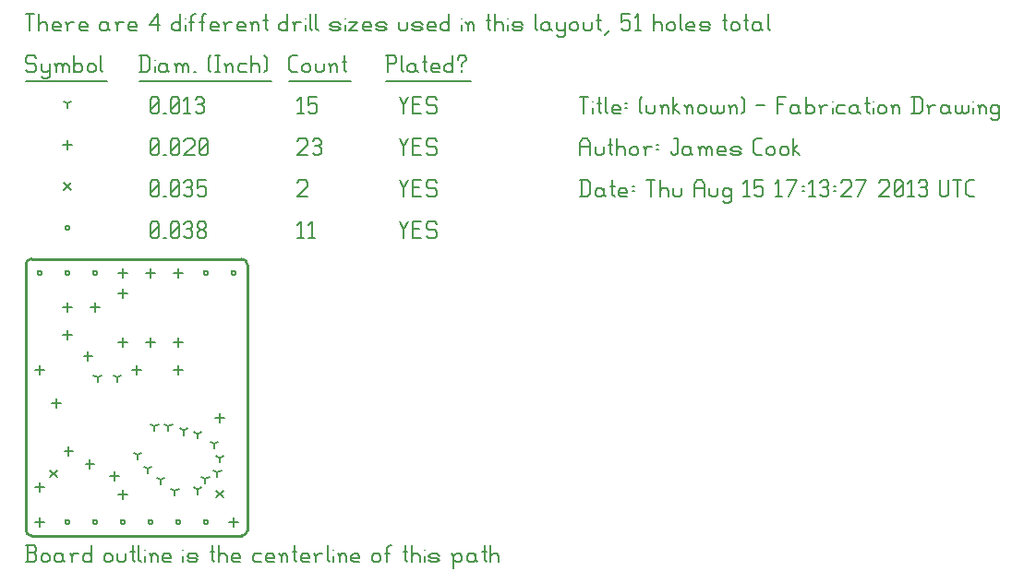
<source format=gbr>
G04 start of page 12 for group -3984 idx -3984 *
G04 Title: (unknown), fab *
G04 Creator: pcb 20110918 *
G04 CreationDate: Thu Aug 15 17:13:27 2013 UTC *
G04 For: mokus *
G04 Format: Gerber/RS-274X *
G04 PCB-Dimensions: 80000 100000 *
G04 PCB-Coordinate-Origin: lower left *
%MOIN*%
%FSLAX25Y25*%
%LNFAB*%
%ADD77C,0.0100*%
%ADD76C,0.0075*%
%ADD75C,0.0060*%
%ADD74R,0.0080X0.0080*%
G54D74*X4200Y95000D02*G75*G03X5800Y95000I800J0D01*G01*
G75*G03X4200Y95000I-800J0D01*G01*
X14200D02*G75*G03X15800Y95000I800J0D01*G01*
G75*G03X14200Y95000I-800J0D01*G01*
X24200D02*G75*G03X25800Y95000I800J0D01*G01*
G75*G03X24200Y95000I-800J0D01*G01*
X64200Y5000D02*G75*G03X65800Y5000I800J0D01*G01*
G75*G03X64200Y5000I-800J0D01*G01*
X54200D02*G75*G03X55800Y5000I800J0D01*G01*
G75*G03X54200Y5000I-800J0D01*G01*
X44200D02*G75*G03X45800Y5000I800J0D01*G01*
G75*G03X44200Y5000I-800J0D01*G01*
X34200D02*G75*G03X35800Y5000I800J0D01*G01*
G75*G03X34200Y5000I-800J0D01*G01*
X24200D02*G75*G03X25800Y5000I800J0D01*G01*
G75*G03X24200Y5000I-800J0D01*G01*
X14200D02*G75*G03X15800Y5000I800J0D01*G01*
G75*G03X14200Y5000I-800J0D01*G01*
X74200Y95000D02*G75*G03X75800Y95000I800J0D01*G01*
G75*G03X74200Y95000I-800J0D01*G01*
X64200D02*G75*G03X65800Y95000I800J0D01*G01*
G75*G03X64200Y95000I-800J0D01*G01*
X14200Y111250D02*G75*G03X15800Y111250I800J0D01*G01*
G75*G03X14200Y111250I-800J0D01*G01*
G54D75*X135000Y113500D02*X136500Y110500D01*
X138000Y113500D01*
X136500Y110500D02*Y107500D01*
X139800Y110800D02*X142050D01*
X139800Y107500D02*X142800D01*
X139800Y113500D02*Y107500D01*
Y113500D02*X142800D01*
X147600D02*X148350Y112750D01*
X145350Y113500D02*X147600D01*
X144600Y112750D02*X145350Y113500D01*
X144600Y112750D02*Y111250D01*
X145350Y110500D01*
X147600D01*
X148350Y109750D01*
Y108250D01*
X147600Y107500D02*X148350Y108250D01*
X145350Y107500D02*X147600D01*
X144600Y108250D02*X145350Y107500D01*
X98000Y112300D02*X99200Y113500D01*
Y107500D01*
X98000D02*X100250D01*
X102050Y112300D02*X103250Y113500D01*
Y107500D01*
X102050D02*X104300D01*
X45000Y108250D02*X45750Y107500D01*
X45000Y112750D02*Y108250D01*
Y112750D02*X45750Y113500D01*
X47250D01*
X48000Y112750D01*
Y108250D01*
X47250Y107500D02*X48000Y108250D01*
X45750Y107500D02*X47250D01*
X45000Y109000D02*X48000Y112000D01*
X49800Y107500D02*X50550D01*
X52350Y108250D02*X53100Y107500D01*
X52350Y112750D02*Y108250D01*
Y112750D02*X53100Y113500D01*
X54600D01*
X55350Y112750D01*
Y108250D01*
X54600Y107500D02*X55350Y108250D01*
X53100Y107500D02*X54600D01*
X52350Y109000D02*X55350Y112000D01*
X57150Y112750D02*X57900Y113500D01*
X59400D01*
X60150Y112750D01*
X59400Y107500D02*X60150Y108250D01*
X57900Y107500D02*X59400D01*
X57150Y108250D02*X57900Y107500D01*
Y110800D02*X59400D01*
X60150Y112750D02*Y111550D01*
Y110050D02*Y108250D01*
Y110050D02*X59400Y110800D01*
X60150Y111550D02*X59400Y110800D01*
X61950Y108250D02*X62700Y107500D01*
X61950Y109450D02*Y108250D01*
Y109450D02*X63000Y110500D01*
X63900D01*
X64950Y109450D01*
Y108250D01*
X64200Y107500D02*X64950Y108250D01*
X62700Y107500D02*X64200D01*
X61950Y111550D02*X63000Y110500D01*
X61950Y112750D02*Y111550D01*
Y112750D02*X62700Y113500D01*
X64200D01*
X64950Y112750D01*
Y111550D01*
X63900Y110500D02*X64950Y111550D01*
X68800Y16200D02*X71200Y13800D01*
X68800D02*X71200Y16200D01*
X8800Y23700D02*X11200Y21300D01*
X8800D02*X11200Y23700D01*
X13800Y127450D02*X16200Y125050D01*
X13800D02*X16200Y127450D01*
X135000Y128500D02*X136500Y125500D01*
X138000Y128500D01*
X136500Y125500D02*Y122500D01*
X139800Y125800D02*X142050D01*
X139800Y122500D02*X142800D01*
X139800Y128500D02*Y122500D01*
Y128500D02*X142800D01*
X147600D02*X148350Y127750D01*
X145350Y128500D02*X147600D01*
X144600Y127750D02*X145350Y128500D01*
X144600Y127750D02*Y126250D01*
X145350Y125500D01*
X147600D01*
X148350Y124750D01*
Y123250D01*
X147600Y122500D02*X148350Y123250D01*
X145350Y122500D02*X147600D01*
X144600Y123250D02*X145350Y122500D01*
X98000Y127750D02*X98750Y128500D01*
X101000D01*
X101750Y127750D01*
Y126250D01*
X98000Y122500D02*X101750Y126250D01*
X98000Y122500D02*X101750D01*
X45000Y123250D02*X45750Y122500D01*
X45000Y127750D02*Y123250D01*
Y127750D02*X45750Y128500D01*
X47250D01*
X48000Y127750D01*
Y123250D01*
X47250Y122500D02*X48000Y123250D01*
X45750Y122500D02*X47250D01*
X45000Y124000D02*X48000Y127000D01*
X49800Y122500D02*X50550D01*
X52350Y123250D02*X53100Y122500D01*
X52350Y127750D02*Y123250D01*
Y127750D02*X53100Y128500D01*
X54600D01*
X55350Y127750D01*
Y123250D01*
X54600Y122500D02*X55350Y123250D01*
X53100Y122500D02*X54600D01*
X52350Y124000D02*X55350Y127000D01*
X57150Y127750D02*X57900Y128500D01*
X59400D01*
X60150Y127750D01*
X59400Y122500D02*X60150Y123250D01*
X57900Y122500D02*X59400D01*
X57150Y123250D02*X57900Y122500D01*
Y125800D02*X59400D01*
X60150Y127750D02*Y126550D01*
Y125050D02*Y123250D01*
Y125050D02*X59400Y125800D01*
X60150Y126550D02*X59400Y125800D01*
X61950Y128500D02*X64950D01*
X61950D02*Y125500D01*
X62700Y126250D01*
X64200D01*
X64950Y125500D01*
Y123250D01*
X64200Y122500D02*X64950Y123250D01*
X62700Y122500D02*X64200D01*
X61950Y123250D02*X62700Y122500D01*
X32000Y23100D02*Y19900D01*
X30400Y21500D02*X33600D01*
X15500Y32100D02*Y28900D01*
X13900Y30500D02*X17100D01*
X11000Y49600D02*Y46400D01*
X9400Y48000D02*X12600D01*
X55000Y96600D02*Y93400D01*
X53400Y95000D02*X56600D01*
X35000Y96600D02*Y93400D01*
X33400Y95000D02*X36600D01*
X45000Y96600D02*Y93400D01*
X43400Y95000D02*X46600D01*
X45000Y71600D02*Y68400D01*
X43400Y70000D02*X46600D01*
X35000Y71600D02*Y68400D01*
X33400Y70000D02*X36600D01*
X5000Y61600D02*Y58400D01*
X3400Y60000D02*X6600D01*
X22500Y66600D02*Y63400D01*
X20900Y65000D02*X24100D01*
X40000Y61600D02*Y58400D01*
X38400Y60000D02*X41600D01*
X35000Y16600D02*Y13400D01*
X33400Y15000D02*X36600D01*
X5000Y6600D02*Y3400D01*
X3400Y5000D02*X6600D01*
X75000Y6600D02*Y3400D01*
X73400Y5000D02*X76600D01*
X25000Y84100D02*Y80900D01*
X23400Y82500D02*X26600D01*
X15000Y74100D02*Y70900D01*
X13400Y72500D02*X16600D01*
X15000Y84100D02*Y80900D01*
X13400Y82500D02*X16600D01*
X35000Y89100D02*Y85900D01*
X33400Y87500D02*X36600D01*
X55000Y71600D02*Y68400D01*
X53400Y70000D02*X56600D01*
X55000Y61600D02*Y58400D01*
X53400Y60000D02*X56600D01*
X5000Y19100D02*Y15900D01*
X3400Y17500D02*X6600D01*
X70000Y44100D02*Y40900D01*
X68400Y42500D02*X71600D01*
X23168Y27527D02*Y24327D01*
X21568Y25927D02*X24768D01*
X15000Y142850D02*Y139650D01*
X13400Y141250D02*X16600D01*
X135000Y143500D02*X136500Y140500D01*
X138000Y143500D01*
X136500Y140500D02*Y137500D01*
X139800Y140800D02*X142050D01*
X139800Y137500D02*X142800D01*
X139800Y143500D02*Y137500D01*
Y143500D02*X142800D01*
X147600D02*X148350Y142750D01*
X145350Y143500D02*X147600D01*
X144600Y142750D02*X145350Y143500D01*
X144600Y142750D02*Y141250D01*
X145350Y140500D01*
X147600D01*
X148350Y139750D01*
Y138250D01*
X147600Y137500D02*X148350Y138250D01*
X145350Y137500D02*X147600D01*
X144600Y138250D02*X145350Y137500D01*
X98000Y142750D02*X98750Y143500D01*
X101000D01*
X101750Y142750D01*
Y141250D01*
X98000Y137500D02*X101750Y141250D01*
X98000Y137500D02*X101750D01*
X103550Y142750D02*X104300Y143500D01*
X105800D01*
X106550Y142750D01*
X105800Y137500D02*X106550Y138250D01*
X104300Y137500D02*X105800D01*
X103550Y138250D02*X104300Y137500D01*
Y140800D02*X105800D01*
X106550Y142750D02*Y141550D01*
Y140050D02*Y138250D01*
Y140050D02*X105800Y140800D01*
X106550Y141550D02*X105800Y140800D01*
X45000Y138250D02*X45750Y137500D01*
X45000Y142750D02*Y138250D01*
Y142750D02*X45750Y143500D01*
X47250D01*
X48000Y142750D01*
Y138250D01*
X47250Y137500D02*X48000Y138250D01*
X45750Y137500D02*X47250D01*
X45000Y139000D02*X48000Y142000D01*
X49800Y137500D02*X50550D01*
X52350Y138250D02*X53100Y137500D01*
X52350Y142750D02*Y138250D01*
Y142750D02*X53100Y143500D01*
X54600D01*
X55350Y142750D01*
Y138250D01*
X54600Y137500D02*X55350Y138250D01*
X53100Y137500D02*X54600D01*
X52350Y139000D02*X55350Y142000D01*
X57150Y142750D02*X57900Y143500D01*
X60150D01*
X60900Y142750D01*
Y141250D01*
X57150Y137500D02*X60900Y141250D01*
X57150Y137500D02*X60900D01*
X62700Y138250D02*X63450Y137500D01*
X62700Y142750D02*Y138250D01*
Y142750D02*X63450Y143500D01*
X64950D01*
X65700Y142750D01*
Y138250D01*
X64950Y137500D02*X65700Y138250D01*
X63450Y137500D02*X64950D01*
X62700Y139000D02*X65700Y142000D01*
X25864Y57205D02*Y55605D01*
Y57205D02*X27251Y58005D01*
X25864Y57205D02*X24477Y58005D01*
X32951Y57205D02*Y55605D01*
Y57205D02*X34338Y58005D01*
X32951Y57205D02*X31564Y58005D01*
X51500Y39500D02*Y37900D01*
Y39500D02*X52887Y40300D01*
X51500Y39500D02*X50113Y40300D01*
X57000Y38000D02*Y36400D01*
Y38000D02*X58387Y38800D01*
X57000Y38000D02*X55613Y38800D01*
X62085Y36732D02*Y35132D01*
Y36732D02*X63472Y37532D01*
X62085Y36732D02*X60698Y37532D01*
X67990Y33189D02*Y31589D01*
Y33189D02*X69377Y33989D01*
X67990Y33189D02*X66603Y33989D01*
X69959Y28071D02*Y26471D01*
Y28071D02*X71346Y28871D01*
X69959Y28071D02*X68572Y28871D01*
X69171Y22953D02*Y21353D01*
Y22953D02*X70558Y23753D01*
X69171Y22953D02*X67784Y23753D01*
X64841Y20591D02*Y18991D01*
Y20591D02*X66228Y21391D01*
X64841Y20591D02*X63454Y21391D01*
X62085Y16654D02*Y15054D01*
Y16654D02*X63472Y17454D01*
X62085Y16654D02*X60698Y17454D01*
X53817Y16260D02*Y14660D01*
Y16260D02*X55204Y17060D01*
X53817Y16260D02*X52430Y17060D01*
X48699Y20197D02*Y18597D01*
Y20197D02*X50086Y20997D01*
X48699Y20197D02*X47312Y20997D01*
X43975Y24134D02*Y22534D01*
Y24134D02*X45362Y24934D01*
X43975Y24134D02*X42588Y24934D01*
X40431Y29252D02*Y27652D01*
Y29252D02*X41818Y30052D01*
X40431Y29252D02*X39044Y30052D01*
X46500Y39500D02*Y37900D01*
Y39500D02*X47887Y40300D01*
X46500Y39500D02*X45113Y40300D01*
X15000Y156250D02*Y154650D01*
Y156250D02*X16387Y157050D01*
X15000Y156250D02*X13613Y157050D01*
X135000Y158500D02*X136500Y155500D01*
X138000Y158500D01*
X136500Y155500D02*Y152500D01*
X139800Y155800D02*X142050D01*
X139800Y152500D02*X142800D01*
X139800Y158500D02*Y152500D01*
Y158500D02*X142800D01*
X147600D02*X148350Y157750D01*
X145350Y158500D02*X147600D01*
X144600Y157750D02*X145350Y158500D01*
X144600Y157750D02*Y156250D01*
X145350Y155500D01*
X147600D01*
X148350Y154750D01*
Y153250D01*
X147600Y152500D02*X148350Y153250D01*
X145350Y152500D02*X147600D01*
X144600Y153250D02*X145350Y152500D01*
X98000Y157300D02*X99200Y158500D01*
Y152500D01*
X98000D02*X100250D01*
X102050Y158500D02*X105050D01*
X102050D02*Y155500D01*
X102800Y156250D01*
X104300D01*
X105050Y155500D01*
Y153250D01*
X104300Y152500D02*X105050Y153250D01*
X102800Y152500D02*X104300D01*
X102050Y153250D02*X102800Y152500D01*
X45000Y153250D02*X45750Y152500D01*
X45000Y157750D02*Y153250D01*
Y157750D02*X45750Y158500D01*
X47250D01*
X48000Y157750D01*
Y153250D01*
X47250Y152500D02*X48000Y153250D01*
X45750Y152500D02*X47250D01*
X45000Y154000D02*X48000Y157000D01*
X49800Y152500D02*X50550D01*
X52350Y153250D02*X53100Y152500D01*
X52350Y157750D02*Y153250D01*
Y157750D02*X53100Y158500D01*
X54600D01*
X55350Y157750D01*
Y153250D01*
X54600Y152500D02*X55350Y153250D01*
X53100Y152500D02*X54600D01*
X52350Y154000D02*X55350Y157000D01*
X57150Y157300D02*X58350Y158500D01*
Y152500D01*
X57150D02*X59400D01*
X61200Y157750D02*X61950Y158500D01*
X63450D01*
X64200Y157750D01*
X63450Y152500D02*X64200Y153250D01*
X61950Y152500D02*X63450D01*
X61200Y153250D02*X61950Y152500D01*
Y155800D02*X63450D01*
X64200Y157750D02*Y156550D01*
Y155050D02*Y153250D01*
Y155050D02*X63450Y155800D01*
X64200Y156550D02*X63450Y155800D01*
X3000Y173500D02*X3750Y172750D01*
X750Y173500D02*X3000D01*
X0Y172750D02*X750Y173500D01*
X0Y172750D02*Y171250D01*
X750Y170500D01*
X3000D01*
X3750Y169750D01*
Y168250D01*
X3000Y167500D02*X3750Y168250D01*
X750Y167500D02*X3000D01*
X0Y168250D02*X750Y167500D01*
X5550Y170500D02*Y168250D01*
X6300Y167500D01*
X8550Y170500D02*Y166000D01*
X7800Y165250D02*X8550Y166000D01*
X6300Y165250D02*X7800D01*
X5550Y166000D02*X6300Y165250D01*
Y167500D02*X7800D01*
X8550Y168250D01*
X11100Y169750D02*Y167500D01*
Y169750D02*X11850Y170500D01*
X12600D01*
X13350Y169750D01*
Y167500D01*
Y169750D02*X14100Y170500D01*
X14850D01*
X15600Y169750D01*
Y167500D01*
X10350Y170500D02*X11100Y169750D01*
X17400Y173500D02*Y167500D01*
Y168250D02*X18150Y167500D01*
X19650D01*
X20400Y168250D01*
Y169750D02*Y168250D01*
X19650Y170500D02*X20400Y169750D01*
X18150Y170500D02*X19650D01*
X17400Y169750D02*X18150Y170500D01*
X22200Y169750D02*Y168250D01*
Y169750D02*X22950Y170500D01*
X24450D01*
X25200Y169750D01*
Y168250D01*
X24450Y167500D02*X25200Y168250D01*
X22950Y167500D02*X24450D01*
X22200Y168250D02*X22950Y167500D01*
X27000Y173500D02*Y168250D01*
X27750Y167500D01*
X0Y164250D02*X29250D01*
X41750Y173500D02*Y167500D01*
X43700Y173500D02*X44750Y172450D01*
Y168550D01*
X43700Y167500D02*X44750Y168550D01*
X41000Y167500D02*X43700D01*
X41000Y173500D02*X43700D01*
G54D76*X46550Y172000D02*Y171850D01*
G54D75*Y169750D02*Y167500D01*
X50300Y170500D02*X51050Y169750D01*
X48800Y170500D02*X50300D01*
X48050Y169750D02*X48800Y170500D01*
X48050Y169750D02*Y168250D01*
X48800Y167500D01*
X51050Y170500D02*Y168250D01*
X51800Y167500D01*
X48800D02*X50300D01*
X51050Y168250D01*
X54350Y169750D02*Y167500D01*
Y169750D02*X55100Y170500D01*
X55850D01*
X56600Y169750D01*
Y167500D01*
Y169750D02*X57350Y170500D01*
X58100D01*
X58850Y169750D01*
Y167500D01*
X53600Y170500D02*X54350Y169750D01*
X60650Y167500D02*X61400D01*
X65900Y168250D02*X66650Y167500D01*
X65900Y172750D02*X66650Y173500D01*
X65900Y172750D02*Y168250D01*
X68450Y173500D02*X69950D01*
X69200D02*Y167500D01*
X68450D02*X69950D01*
X72500Y169750D02*Y167500D01*
Y169750D02*X73250Y170500D01*
X74000D01*
X74750Y169750D01*
Y167500D01*
X71750Y170500D02*X72500Y169750D01*
X77300Y170500D02*X79550D01*
X76550Y169750D02*X77300Y170500D01*
X76550Y169750D02*Y168250D01*
X77300Y167500D01*
X79550D01*
X81350Y173500D02*Y167500D01*
Y169750D02*X82100Y170500D01*
X83600D01*
X84350Y169750D01*
Y167500D01*
X86150Y173500D02*X86900Y172750D01*
Y168250D01*
X86150Y167500D02*X86900Y168250D01*
X41000Y164250D02*X88700D01*
X96050Y167500D02*X98000D01*
X95000Y168550D02*X96050Y167500D01*
X95000Y172450D02*Y168550D01*
Y172450D02*X96050Y173500D01*
X98000D01*
X99800Y169750D02*Y168250D01*
Y169750D02*X100550Y170500D01*
X102050D01*
X102800Y169750D01*
Y168250D01*
X102050Y167500D02*X102800Y168250D01*
X100550Y167500D02*X102050D01*
X99800Y168250D02*X100550Y167500D01*
X104600Y170500D02*Y168250D01*
X105350Y167500D01*
X106850D01*
X107600Y168250D01*
Y170500D02*Y168250D01*
X110150Y169750D02*Y167500D01*
Y169750D02*X110900Y170500D01*
X111650D01*
X112400Y169750D01*
Y167500D01*
X109400Y170500D02*X110150Y169750D01*
X114950Y173500D02*Y168250D01*
X115700Y167500D01*
X114200Y171250D02*X115700D01*
X95000Y164250D02*X117200D01*
X130750Y173500D02*Y167500D01*
X130000Y173500D02*X133000D01*
X133750Y172750D01*
Y171250D01*
X133000Y170500D02*X133750Y171250D01*
X130750Y170500D02*X133000D01*
X135550Y173500D02*Y168250D01*
X136300Y167500D01*
X140050Y170500D02*X140800Y169750D01*
X138550Y170500D02*X140050D01*
X137800Y169750D02*X138550Y170500D01*
X137800Y169750D02*Y168250D01*
X138550Y167500D01*
X140800Y170500D02*Y168250D01*
X141550Y167500D01*
X138550D02*X140050D01*
X140800Y168250D01*
X144100Y173500D02*Y168250D01*
X144850Y167500D01*
X143350Y171250D02*X144850D01*
X147100Y167500D02*X149350D01*
X146350Y168250D02*X147100Y167500D01*
X146350Y169750D02*Y168250D01*
Y169750D02*X147100Y170500D01*
X148600D01*
X149350Y169750D01*
X146350Y169000D02*X149350D01*
Y169750D02*Y169000D01*
X154150Y173500D02*Y167500D01*
X153400D02*X154150Y168250D01*
X151900Y167500D02*X153400D01*
X151150Y168250D02*X151900Y167500D01*
X151150Y169750D02*Y168250D01*
Y169750D02*X151900Y170500D01*
X153400D01*
X154150Y169750D01*
X157450Y170500D02*Y169750D01*
Y168250D02*Y167500D01*
X155950Y172750D02*Y172000D01*
Y172750D02*X156700Y173500D01*
X158200D01*
X158950Y172750D01*
Y172000D01*
X157450Y170500D02*X158950Y172000D01*
X130000Y164250D02*X160750D01*
X0Y188500D02*X3000D01*
X1500D02*Y182500D01*
X4800Y188500D02*Y182500D01*
Y184750D02*X5550Y185500D01*
X7050D01*
X7800Y184750D01*
Y182500D01*
X10350D02*X12600D01*
X9600Y183250D02*X10350Y182500D01*
X9600Y184750D02*Y183250D01*
Y184750D02*X10350Y185500D01*
X11850D01*
X12600Y184750D01*
X9600Y184000D02*X12600D01*
Y184750D02*Y184000D01*
X15150Y184750D02*Y182500D01*
Y184750D02*X15900Y185500D01*
X17400D01*
X14400D02*X15150Y184750D01*
X19950Y182500D02*X22200D01*
X19200Y183250D02*X19950Y182500D01*
X19200Y184750D02*Y183250D01*
Y184750D02*X19950Y185500D01*
X21450D01*
X22200Y184750D01*
X19200Y184000D02*X22200D01*
Y184750D02*Y184000D01*
X28950Y185500D02*X29700Y184750D01*
X27450Y185500D02*X28950D01*
X26700Y184750D02*X27450Y185500D01*
X26700Y184750D02*Y183250D01*
X27450Y182500D01*
X29700Y185500D02*Y183250D01*
X30450Y182500D01*
X27450D02*X28950D01*
X29700Y183250D01*
X33000Y184750D02*Y182500D01*
Y184750D02*X33750Y185500D01*
X35250D01*
X32250D02*X33000Y184750D01*
X37800Y182500D02*X40050D01*
X37050Y183250D02*X37800Y182500D01*
X37050Y184750D02*Y183250D01*
Y184750D02*X37800Y185500D01*
X39300D01*
X40050Y184750D01*
X37050Y184000D02*X40050D01*
Y184750D02*Y184000D01*
X44550Y184750D02*X47550Y188500D01*
X44550Y184750D02*X48300D01*
X47550Y188500D02*Y182500D01*
X55800Y188500D02*Y182500D01*
X55050D02*X55800Y183250D01*
X53550Y182500D02*X55050D01*
X52800Y183250D02*X53550Y182500D01*
X52800Y184750D02*Y183250D01*
Y184750D02*X53550Y185500D01*
X55050D01*
X55800Y184750D01*
G54D76*X57600Y187000D02*Y186850D01*
G54D75*Y184750D02*Y182500D01*
X59850Y187750D02*Y182500D01*
Y187750D02*X60600Y188500D01*
X61350D01*
X59100Y185500D02*X60600D01*
X63600Y187750D02*Y182500D01*
Y187750D02*X64350Y188500D01*
X65100D01*
X62850Y185500D02*X64350D01*
X67350Y182500D02*X69600D01*
X66600Y183250D02*X67350Y182500D01*
X66600Y184750D02*Y183250D01*
Y184750D02*X67350Y185500D01*
X68850D01*
X69600Y184750D01*
X66600Y184000D02*X69600D01*
Y184750D02*Y184000D01*
X72150Y184750D02*Y182500D01*
Y184750D02*X72900Y185500D01*
X74400D01*
X71400D02*X72150Y184750D01*
X76950Y182500D02*X79200D01*
X76200Y183250D02*X76950Y182500D01*
X76200Y184750D02*Y183250D01*
Y184750D02*X76950Y185500D01*
X78450D01*
X79200Y184750D01*
X76200Y184000D02*X79200D01*
Y184750D02*Y184000D01*
X81750Y184750D02*Y182500D01*
Y184750D02*X82500Y185500D01*
X83250D01*
X84000Y184750D01*
Y182500D01*
X81000Y185500D02*X81750Y184750D01*
X86550Y188500D02*Y183250D01*
X87300Y182500D01*
X85800Y186250D02*X87300D01*
X94500Y188500D02*Y182500D01*
X93750D02*X94500Y183250D01*
X92250Y182500D02*X93750D01*
X91500Y183250D02*X92250Y182500D01*
X91500Y184750D02*Y183250D01*
Y184750D02*X92250Y185500D01*
X93750D01*
X94500Y184750D01*
X97050D02*Y182500D01*
Y184750D02*X97800Y185500D01*
X99300D01*
X96300D02*X97050Y184750D01*
G54D76*X101100Y187000D02*Y186850D01*
G54D75*Y184750D02*Y182500D01*
X102600Y188500D02*Y183250D01*
X103350Y182500D01*
X104850Y188500D02*Y183250D01*
X105600Y182500D01*
X110550D02*X112800D01*
X113550Y183250D01*
X112800Y184000D02*X113550Y183250D01*
X110550Y184000D02*X112800D01*
X109800Y184750D02*X110550Y184000D01*
X109800Y184750D02*X110550Y185500D01*
X112800D01*
X113550Y184750D01*
X109800Y183250D02*X110550Y182500D01*
G54D76*X115350Y187000D02*Y186850D01*
G54D75*Y184750D02*Y182500D01*
X116850Y185500D02*X119850D01*
X116850Y182500D02*X119850Y185500D01*
X116850Y182500D02*X119850D01*
X122400D02*X124650D01*
X121650Y183250D02*X122400Y182500D01*
X121650Y184750D02*Y183250D01*
Y184750D02*X122400Y185500D01*
X123900D01*
X124650Y184750D01*
X121650Y184000D02*X124650D01*
Y184750D02*Y184000D01*
X127200Y182500D02*X129450D01*
X130200Y183250D01*
X129450Y184000D02*X130200Y183250D01*
X127200Y184000D02*X129450D01*
X126450Y184750D02*X127200Y184000D01*
X126450Y184750D02*X127200Y185500D01*
X129450D01*
X130200Y184750D01*
X126450Y183250D02*X127200Y182500D01*
X134700Y185500D02*Y183250D01*
X135450Y182500D01*
X136950D01*
X137700Y183250D01*
Y185500D02*Y183250D01*
X140250Y182500D02*X142500D01*
X143250Y183250D01*
X142500Y184000D02*X143250Y183250D01*
X140250Y184000D02*X142500D01*
X139500Y184750D02*X140250Y184000D01*
X139500Y184750D02*X140250Y185500D01*
X142500D01*
X143250Y184750D01*
X139500Y183250D02*X140250Y182500D01*
X145800D02*X148050D01*
X145050Y183250D02*X145800Y182500D01*
X145050Y184750D02*Y183250D01*
Y184750D02*X145800Y185500D01*
X147300D01*
X148050Y184750D01*
X145050Y184000D02*X148050D01*
Y184750D02*Y184000D01*
X152850Y188500D02*Y182500D01*
X152100D02*X152850Y183250D01*
X150600Y182500D02*X152100D01*
X149850Y183250D02*X150600Y182500D01*
X149850Y184750D02*Y183250D01*
Y184750D02*X150600Y185500D01*
X152100D01*
X152850Y184750D01*
G54D76*X157350Y187000D02*Y186850D01*
G54D75*Y184750D02*Y182500D01*
X159600Y184750D02*Y182500D01*
Y184750D02*X160350Y185500D01*
X161100D01*
X161850Y184750D01*
Y182500D01*
X158850Y185500D02*X159600Y184750D01*
X167100Y188500D02*Y183250D01*
X167850Y182500D01*
X166350Y186250D02*X167850D01*
X169350Y188500D02*Y182500D01*
Y184750D02*X170100Y185500D01*
X171600D01*
X172350Y184750D01*
Y182500D01*
G54D76*X174150Y187000D02*Y186850D01*
G54D75*Y184750D02*Y182500D01*
X176400D02*X178650D01*
X179400Y183250D01*
X178650Y184000D02*X179400Y183250D01*
X176400Y184000D02*X178650D01*
X175650Y184750D02*X176400Y184000D01*
X175650Y184750D02*X176400Y185500D01*
X178650D01*
X179400Y184750D01*
X175650Y183250D02*X176400Y182500D01*
X183900Y188500D02*Y183250D01*
X184650Y182500D01*
X188400Y185500D02*X189150Y184750D01*
X186900Y185500D02*X188400D01*
X186150Y184750D02*X186900Y185500D01*
X186150Y184750D02*Y183250D01*
X186900Y182500D01*
X189150Y185500D02*Y183250D01*
X189900Y182500D01*
X186900D02*X188400D01*
X189150Y183250D01*
X191700Y185500D02*Y183250D01*
X192450Y182500D01*
X194700Y185500D02*Y181000D01*
X193950Y180250D02*X194700Y181000D01*
X192450Y180250D02*X193950D01*
X191700Y181000D02*X192450Y180250D01*
Y182500D02*X193950D01*
X194700Y183250D01*
X196500Y184750D02*Y183250D01*
Y184750D02*X197250Y185500D01*
X198750D01*
X199500Y184750D01*
Y183250D01*
X198750Y182500D02*X199500Y183250D01*
X197250Y182500D02*X198750D01*
X196500Y183250D02*X197250Y182500D01*
X201300Y185500D02*Y183250D01*
X202050Y182500D01*
X203550D01*
X204300Y183250D01*
Y185500D02*Y183250D01*
X206850Y188500D02*Y183250D01*
X207600Y182500D01*
X206100Y186250D02*X207600D01*
X209100Y181000D02*X210600Y182500D01*
X215100Y188500D02*X218100D01*
X215100D02*Y185500D01*
X215850Y186250D01*
X217350D01*
X218100Y185500D01*
Y183250D01*
X217350Y182500D02*X218100Y183250D01*
X215850Y182500D02*X217350D01*
X215100Y183250D02*X215850Y182500D01*
X219900Y187300D02*X221100Y188500D01*
Y182500D01*
X219900D02*X222150D01*
X226650Y188500D02*Y182500D01*
Y184750D02*X227400Y185500D01*
X228900D01*
X229650Y184750D01*
Y182500D01*
X231450Y184750D02*Y183250D01*
Y184750D02*X232200Y185500D01*
X233700D01*
X234450Y184750D01*
Y183250D01*
X233700Y182500D02*X234450Y183250D01*
X232200Y182500D02*X233700D01*
X231450Y183250D02*X232200Y182500D01*
X236250Y188500D02*Y183250D01*
X237000Y182500D01*
X239250D02*X241500D01*
X238500Y183250D02*X239250Y182500D01*
X238500Y184750D02*Y183250D01*
Y184750D02*X239250Y185500D01*
X240750D01*
X241500Y184750D01*
X238500Y184000D02*X241500D01*
Y184750D02*Y184000D01*
X244050Y182500D02*X246300D01*
X247050Y183250D01*
X246300Y184000D02*X247050Y183250D01*
X244050Y184000D02*X246300D01*
X243300Y184750D02*X244050Y184000D01*
X243300Y184750D02*X244050Y185500D01*
X246300D01*
X247050Y184750D01*
X243300Y183250D02*X244050Y182500D01*
X252300Y188500D02*Y183250D01*
X253050Y182500D01*
X251550Y186250D02*X253050D01*
X254550Y184750D02*Y183250D01*
Y184750D02*X255300Y185500D01*
X256800D01*
X257550Y184750D01*
Y183250D01*
X256800Y182500D02*X257550Y183250D01*
X255300Y182500D02*X256800D01*
X254550Y183250D02*X255300Y182500D01*
X260100Y188500D02*Y183250D01*
X260850Y182500D01*
X259350Y186250D02*X260850D01*
X264600Y185500D02*X265350Y184750D01*
X263100Y185500D02*X264600D01*
X262350Y184750D02*X263100Y185500D01*
X262350Y184750D02*Y183250D01*
X263100Y182500D01*
X265350Y185500D02*Y183250D01*
X266100Y182500D01*
X263100D02*X264600D01*
X265350Y183250D01*
X267900Y188500D02*Y183250D01*
X268650Y182500D01*
G54D77*X0Y2000D02*Y98000D01*
X2000Y100000D02*X78000D01*
X80000Y98000D02*Y2000D01*
X78000Y0D02*X2000D01*
X2000D02*G75*G02X0Y2000I0J2000D01*G01*
X2000Y100000D02*G75*G03X0Y98000I0J-2000D01*G01*
X78000Y100000D02*G75*G02X80000Y98000I0J-2000D01*G01*
Y2000D02*G75*G02X78000Y0I-2000J0D01*G01*
G54D75*X0Y-9500D02*X3000D01*
X3750Y-8750D01*
Y-6950D02*Y-8750D01*
X3000Y-6200D02*X3750Y-6950D01*
X750Y-6200D02*X3000D01*
X750Y-3500D02*Y-9500D01*
X0Y-3500D02*X3000D01*
X3750Y-4250D01*
Y-5450D01*
X3000Y-6200D02*X3750Y-5450D01*
X5550Y-7250D02*Y-8750D01*
Y-7250D02*X6300Y-6500D01*
X7800D01*
X8550Y-7250D01*
Y-8750D01*
X7800Y-9500D02*X8550Y-8750D01*
X6300Y-9500D02*X7800D01*
X5550Y-8750D02*X6300Y-9500D01*
X12600Y-6500D02*X13350Y-7250D01*
X11100Y-6500D02*X12600D01*
X10350Y-7250D02*X11100Y-6500D01*
X10350Y-7250D02*Y-8750D01*
X11100Y-9500D01*
X13350Y-6500D02*Y-8750D01*
X14100Y-9500D01*
X11100D02*X12600D01*
X13350Y-8750D01*
X16650Y-7250D02*Y-9500D01*
Y-7250D02*X17400Y-6500D01*
X18900D01*
X15900D02*X16650Y-7250D01*
X23700Y-3500D02*Y-9500D01*
X22950D02*X23700Y-8750D01*
X21450Y-9500D02*X22950D01*
X20700Y-8750D02*X21450Y-9500D01*
X20700Y-7250D02*Y-8750D01*
Y-7250D02*X21450Y-6500D01*
X22950D01*
X23700Y-7250D01*
X28200D02*Y-8750D01*
Y-7250D02*X28950Y-6500D01*
X30450D01*
X31200Y-7250D01*
Y-8750D01*
X30450Y-9500D02*X31200Y-8750D01*
X28950Y-9500D02*X30450D01*
X28200Y-8750D02*X28950Y-9500D01*
X33000Y-6500D02*Y-8750D01*
X33750Y-9500D01*
X35250D01*
X36000Y-8750D01*
Y-6500D02*Y-8750D01*
X38550Y-3500D02*Y-8750D01*
X39300Y-9500D01*
X37800Y-5750D02*X39300D01*
X40800Y-3500D02*Y-8750D01*
X41550Y-9500D01*
G54D76*X43050Y-5000D02*Y-5150D01*
G54D75*Y-7250D02*Y-9500D01*
X45300Y-7250D02*Y-9500D01*
Y-7250D02*X46050Y-6500D01*
X46800D01*
X47550Y-7250D01*
Y-9500D01*
X44550Y-6500D02*X45300Y-7250D01*
X50100Y-9500D02*X52350D01*
X49350Y-8750D02*X50100Y-9500D01*
X49350Y-7250D02*Y-8750D01*
Y-7250D02*X50100Y-6500D01*
X51600D01*
X52350Y-7250D01*
X49350Y-8000D02*X52350D01*
Y-7250D02*Y-8000D01*
G54D76*X56850Y-5000D02*Y-5150D01*
G54D75*Y-7250D02*Y-9500D01*
X59100D02*X61350D01*
X62100Y-8750D01*
X61350Y-8000D02*X62100Y-8750D01*
X59100Y-8000D02*X61350D01*
X58350Y-7250D02*X59100Y-8000D01*
X58350Y-7250D02*X59100Y-6500D01*
X61350D01*
X62100Y-7250D01*
X58350Y-8750D02*X59100Y-9500D01*
X67350Y-3500D02*Y-8750D01*
X68100Y-9500D01*
X66600Y-5750D02*X68100D01*
X69600Y-3500D02*Y-9500D01*
Y-7250D02*X70350Y-6500D01*
X71850D01*
X72600Y-7250D01*
Y-9500D01*
X75150D02*X77400D01*
X74400Y-8750D02*X75150Y-9500D01*
X74400Y-7250D02*Y-8750D01*
Y-7250D02*X75150Y-6500D01*
X76650D01*
X77400Y-7250D01*
X74400Y-8000D02*X77400D01*
Y-7250D02*Y-8000D01*
X82650Y-6500D02*X84900D01*
X81900Y-7250D02*X82650Y-6500D01*
X81900Y-7250D02*Y-8750D01*
X82650Y-9500D01*
X84900D01*
X87450D02*X89700D01*
X86700Y-8750D02*X87450Y-9500D01*
X86700Y-7250D02*Y-8750D01*
Y-7250D02*X87450Y-6500D01*
X88950D01*
X89700Y-7250D01*
X86700Y-8000D02*X89700D01*
Y-7250D02*Y-8000D01*
X92250Y-7250D02*Y-9500D01*
Y-7250D02*X93000Y-6500D01*
X93750D01*
X94500Y-7250D01*
Y-9500D01*
X91500Y-6500D02*X92250Y-7250D01*
X97050Y-3500D02*Y-8750D01*
X97800Y-9500D01*
X96300Y-5750D02*X97800D01*
X100050Y-9500D02*X102300D01*
X99300Y-8750D02*X100050Y-9500D01*
X99300Y-7250D02*Y-8750D01*
Y-7250D02*X100050Y-6500D01*
X101550D01*
X102300Y-7250D01*
X99300Y-8000D02*X102300D01*
Y-7250D02*Y-8000D01*
X104850Y-7250D02*Y-9500D01*
Y-7250D02*X105600Y-6500D01*
X107100D01*
X104100D02*X104850Y-7250D01*
X108900Y-3500D02*Y-8750D01*
X109650Y-9500D01*
G54D76*X111150Y-5000D02*Y-5150D01*
G54D75*Y-7250D02*Y-9500D01*
X113400Y-7250D02*Y-9500D01*
Y-7250D02*X114150Y-6500D01*
X114900D01*
X115650Y-7250D01*
Y-9500D01*
X112650Y-6500D02*X113400Y-7250D01*
X118200Y-9500D02*X120450D01*
X117450Y-8750D02*X118200Y-9500D01*
X117450Y-7250D02*Y-8750D01*
Y-7250D02*X118200Y-6500D01*
X119700D01*
X120450Y-7250D01*
X117450Y-8000D02*X120450D01*
Y-7250D02*Y-8000D01*
X124950Y-7250D02*Y-8750D01*
Y-7250D02*X125700Y-6500D01*
X127200D01*
X127950Y-7250D01*
Y-8750D01*
X127200Y-9500D02*X127950Y-8750D01*
X125700Y-9500D02*X127200D01*
X124950Y-8750D02*X125700Y-9500D01*
X130500Y-4250D02*Y-9500D01*
Y-4250D02*X131250Y-3500D01*
X132000D01*
X129750Y-6500D02*X131250D01*
X136950Y-3500D02*Y-8750D01*
X137700Y-9500D01*
X136200Y-5750D02*X137700D01*
X139200Y-3500D02*Y-9500D01*
Y-7250D02*X139950Y-6500D01*
X141450D01*
X142200Y-7250D01*
Y-9500D01*
G54D76*X144000Y-5000D02*Y-5150D01*
G54D75*Y-7250D02*Y-9500D01*
X146250D02*X148500D01*
X149250Y-8750D01*
X148500Y-8000D02*X149250Y-8750D01*
X146250Y-8000D02*X148500D01*
X145500Y-7250D02*X146250Y-8000D01*
X145500Y-7250D02*X146250Y-6500D01*
X148500D01*
X149250Y-7250D01*
X145500Y-8750D02*X146250Y-9500D01*
X154500Y-7250D02*Y-11750D01*
X153750Y-6500D02*X154500Y-7250D01*
X155250Y-6500D01*
X156750D01*
X157500Y-7250D01*
Y-8750D01*
X156750Y-9500D02*X157500Y-8750D01*
X155250Y-9500D02*X156750D01*
X154500Y-8750D02*X155250Y-9500D01*
X161550Y-6500D02*X162300Y-7250D01*
X160050Y-6500D02*X161550D01*
X159300Y-7250D02*X160050Y-6500D01*
X159300Y-7250D02*Y-8750D01*
X160050Y-9500D01*
X162300Y-6500D02*Y-8750D01*
X163050Y-9500D01*
X160050D02*X161550D01*
X162300Y-8750D01*
X165600Y-3500D02*Y-8750D01*
X166350Y-9500D01*
X164850Y-5750D02*X166350D01*
X167850Y-3500D02*Y-9500D01*
Y-7250D02*X168600Y-6500D01*
X170100D01*
X170850Y-7250D01*
Y-9500D01*
X200750Y128500D02*Y122500D01*
X202700Y128500D02*X203750Y127450D01*
Y123550D01*
X202700Y122500D02*X203750Y123550D01*
X200000Y122500D02*X202700D01*
X200000Y128500D02*X202700D01*
X207800Y125500D02*X208550Y124750D01*
X206300Y125500D02*X207800D01*
X205550Y124750D02*X206300Y125500D01*
X205550Y124750D02*Y123250D01*
X206300Y122500D01*
X208550Y125500D02*Y123250D01*
X209300Y122500D01*
X206300D02*X207800D01*
X208550Y123250D01*
X211850Y128500D02*Y123250D01*
X212600Y122500D01*
X211100Y126250D02*X212600D01*
X214850Y122500D02*X217100D01*
X214100Y123250D02*X214850Y122500D01*
X214100Y124750D02*Y123250D01*
Y124750D02*X214850Y125500D01*
X216350D01*
X217100Y124750D01*
X214100Y124000D02*X217100D01*
Y124750D02*Y124000D01*
X218900Y126250D02*X219650D01*
X218900Y124750D02*X219650D01*
X224150Y128500D02*X227150D01*
X225650D02*Y122500D01*
X228950Y128500D02*Y122500D01*
Y124750D02*X229700Y125500D01*
X231200D01*
X231950Y124750D01*
Y122500D01*
X233750Y125500D02*Y123250D01*
X234500Y122500D01*
X236000D01*
X236750Y123250D01*
Y125500D02*Y123250D01*
X241250Y127000D02*Y122500D01*
Y127000D02*X242300Y128500D01*
X243950D01*
X245000Y127000D01*
Y122500D01*
X241250Y125500D02*X245000D01*
X246800D02*Y123250D01*
X247550Y122500D01*
X249050D01*
X249800Y123250D01*
Y125500D02*Y123250D01*
X253850Y125500D02*X254600Y124750D01*
X252350Y125500D02*X253850D01*
X251600Y124750D02*X252350Y125500D01*
X251600Y124750D02*Y123250D01*
X252350Y122500D01*
X253850D01*
X254600Y123250D01*
X251600Y121000D02*X252350Y120250D01*
X253850D01*
X254600Y121000D01*
Y125500D02*Y121000D01*
X259100Y127300D02*X260300Y128500D01*
Y122500D01*
X259100D02*X261350D01*
X263150Y128500D02*X266150D01*
X263150D02*Y125500D01*
X263900Y126250D01*
X265400D01*
X266150Y125500D01*
Y123250D01*
X265400Y122500D02*X266150Y123250D01*
X263900Y122500D02*X265400D01*
X263150Y123250D02*X263900Y122500D01*
X270650Y127300D02*X271850Y128500D01*
Y122500D01*
X270650D02*X272900D01*
X275450D02*X278450Y128500D01*
X274700D02*X278450D01*
X280250Y126250D02*X281000D01*
X280250Y124750D02*X281000D01*
X282800Y127300D02*X284000Y128500D01*
Y122500D01*
X282800D02*X285050D01*
X286850Y127750D02*X287600Y128500D01*
X289100D01*
X289850Y127750D01*
X289100Y122500D02*X289850Y123250D01*
X287600Y122500D02*X289100D01*
X286850Y123250D02*X287600Y122500D01*
Y125800D02*X289100D01*
X289850Y127750D02*Y126550D01*
Y125050D02*Y123250D01*
Y125050D02*X289100Y125800D01*
X289850Y126550D02*X289100Y125800D01*
X291650Y126250D02*X292400D01*
X291650Y124750D02*X292400D01*
X294200Y127750D02*X294950Y128500D01*
X297200D01*
X297950Y127750D01*
Y126250D01*
X294200Y122500D02*X297950Y126250D01*
X294200Y122500D02*X297950D01*
X300500D02*X303500Y128500D01*
X299750D02*X303500D01*
X308000Y127750D02*X308750Y128500D01*
X311000D01*
X311750Y127750D01*
Y126250D01*
X308000Y122500D02*X311750Y126250D01*
X308000Y122500D02*X311750D01*
X313550Y123250D02*X314300Y122500D01*
X313550Y127750D02*Y123250D01*
Y127750D02*X314300Y128500D01*
X315800D01*
X316550Y127750D01*
Y123250D01*
X315800Y122500D02*X316550Y123250D01*
X314300Y122500D02*X315800D01*
X313550Y124000D02*X316550Y127000D01*
X318350Y127300D02*X319550Y128500D01*
Y122500D01*
X318350D02*X320600D01*
X322400Y127750D02*X323150Y128500D01*
X324650D01*
X325400Y127750D01*
X324650Y122500D02*X325400Y123250D01*
X323150Y122500D02*X324650D01*
X322400Y123250D02*X323150Y122500D01*
Y125800D02*X324650D01*
X325400Y127750D02*Y126550D01*
Y125050D02*Y123250D01*
Y125050D02*X324650Y125800D01*
X325400Y126550D02*X324650Y125800D01*
X329900Y128500D02*Y123250D01*
X330650Y122500D01*
X332150D01*
X332900Y123250D01*
Y128500D02*Y123250D01*
X334700Y128500D02*X337700D01*
X336200D02*Y122500D01*
X340550D02*X342500D01*
X339500Y123550D02*X340550Y122500D01*
X339500Y127450D02*Y123550D01*
Y127450D02*X340550Y128500D01*
X342500D01*
X200000Y142000D02*Y137500D01*
Y142000D02*X201050Y143500D01*
X202700D01*
X203750Y142000D01*
Y137500D01*
X200000Y140500D02*X203750D01*
X205550D02*Y138250D01*
X206300Y137500D01*
X207800D01*
X208550Y138250D01*
Y140500D02*Y138250D01*
X211100Y143500D02*Y138250D01*
X211850Y137500D01*
X210350Y141250D02*X211850D01*
X213350Y143500D02*Y137500D01*
Y139750D02*X214100Y140500D01*
X215600D01*
X216350Y139750D01*
Y137500D01*
X218150Y139750D02*Y138250D01*
Y139750D02*X218900Y140500D01*
X220400D01*
X221150Y139750D01*
Y138250D01*
X220400Y137500D02*X221150Y138250D01*
X218900Y137500D02*X220400D01*
X218150Y138250D02*X218900Y137500D01*
X223700Y139750D02*Y137500D01*
Y139750D02*X224450Y140500D01*
X225950D01*
X222950D02*X223700Y139750D01*
X227750Y141250D02*X228500D01*
X227750Y139750D02*X228500D01*
X234050Y143500D02*X235250D01*
Y138250D01*
X234500Y137500D02*X235250Y138250D01*
X233750Y137500D02*X234500D01*
X233000Y138250D02*X233750Y137500D01*
X233000Y139000D02*Y138250D01*
X239300Y140500D02*X240050Y139750D01*
X237800Y140500D02*X239300D01*
X237050Y139750D02*X237800Y140500D01*
X237050Y139750D02*Y138250D01*
X237800Y137500D01*
X240050Y140500D02*Y138250D01*
X240800Y137500D01*
X237800D02*X239300D01*
X240050Y138250D01*
X243350Y139750D02*Y137500D01*
Y139750D02*X244100Y140500D01*
X244850D01*
X245600Y139750D01*
Y137500D01*
Y139750D02*X246350Y140500D01*
X247100D01*
X247850Y139750D01*
Y137500D01*
X242600Y140500D02*X243350Y139750D01*
X250400Y137500D02*X252650D01*
X249650Y138250D02*X250400Y137500D01*
X249650Y139750D02*Y138250D01*
Y139750D02*X250400Y140500D01*
X251900D01*
X252650Y139750D01*
X249650Y139000D02*X252650D01*
Y139750D02*Y139000D01*
X255200Y137500D02*X257450D01*
X258200Y138250D01*
X257450Y139000D02*X258200Y138250D01*
X255200Y139000D02*X257450D01*
X254450Y139750D02*X255200Y139000D01*
X254450Y139750D02*X255200Y140500D01*
X257450D01*
X258200Y139750D01*
X254450Y138250D02*X255200Y137500D01*
X263750D02*X265700D01*
X262700Y138550D02*X263750Y137500D01*
X262700Y142450D02*Y138550D01*
Y142450D02*X263750Y143500D01*
X265700D01*
X267500Y139750D02*Y138250D01*
Y139750D02*X268250Y140500D01*
X269750D01*
X270500Y139750D01*
Y138250D01*
X269750Y137500D02*X270500Y138250D01*
X268250Y137500D02*X269750D01*
X267500Y138250D02*X268250Y137500D01*
X272300Y139750D02*Y138250D01*
Y139750D02*X273050Y140500D01*
X274550D01*
X275300Y139750D01*
Y138250D01*
X274550Y137500D02*X275300Y138250D01*
X273050Y137500D02*X274550D01*
X272300Y138250D02*X273050Y137500D01*
X277100Y143500D02*Y137500D01*
Y139750D02*X279350Y137500D01*
X277100Y139750D02*X278600Y141250D01*
X200000Y158500D02*X203000D01*
X201500D02*Y152500D01*
G54D76*X204800Y157000D02*Y156850D01*
G54D75*Y154750D02*Y152500D01*
X207050Y158500D02*Y153250D01*
X207800Y152500D01*
X206300Y156250D02*X207800D01*
X209300Y158500D02*Y153250D01*
X210050Y152500D01*
X212300D02*X214550D01*
X211550Y153250D02*X212300Y152500D01*
X211550Y154750D02*Y153250D01*
Y154750D02*X212300Y155500D01*
X213800D01*
X214550Y154750D01*
X211550Y154000D02*X214550D01*
Y154750D02*Y154000D01*
X216350Y156250D02*X217100D01*
X216350Y154750D02*X217100D01*
X221600Y153250D02*X222350Y152500D01*
X221600Y157750D02*X222350Y158500D01*
X221600Y157750D02*Y153250D01*
X224150Y155500D02*Y153250D01*
X224900Y152500D01*
X226400D01*
X227150Y153250D01*
Y155500D02*Y153250D01*
X229700Y154750D02*Y152500D01*
Y154750D02*X230450Y155500D01*
X231200D01*
X231950Y154750D01*
Y152500D01*
X228950Y155500D02*X229700Y154750D01*
X233750Y158500D02*Y152500D01*
Y154750D02*X236000Y152500D01*
X233750Y154750D02*X235250Y156250D01*
X238550Y154750D02*Y152500D01*
Y154750D02*X239300Y155500D01*
X240050D01*
X240800Y154750D01*
Y152500D01*
X237800Y155500D02*X238550Y154750D01*
X242600D02*Y153250D01*
Y154750D02*X243350Y155500D01*
X244850D01*
X245600Y154750D01*
Y153250D01*
X244850Y152500D02*X245600Y153250D01*
X243350Y152500D02*X244850D01*
X242600Y153250D02*X243350Y152500D01*
X247400Y155500D02*Y153250D01*
X248150Y152500D01*
X248900D01*
X249650Y153250D01*
Y155500D02*Y153250D01*
X250400Y152500D01*
X251150D01*
X251900Y153250D01*
Y155500D02*Y153250D01*
X254450Y154750D02*Y152500D01*
Y154750D02*X255200Y155500D01*
X255950D01*
X256700Y154750D01*
Y152500D01*
X253700Y155500D02*X254450Y154750D01*
X258500Y158500D02*X259250Y157750D01*
Y153250D01*
X258500Y152500D02*X259250Y153250D01*
X263750Y155500D02*X266750D01*
X271250Y158500D02*Y152500D01*
Y158500D02*X274250D01*
X271250Y155800D02*X273500D01*
X278300Y155500D02*X279050Y154750D01*
X276800Y155500D02*X278300D01*
X276050Y154750D02*X276800Y155500D01*
X276050Y154750D02*Y153250D01*
X276800Y152500D01*
X279050Y155500D02*Y153250D01*
X279800Y152500D01*
X276800D02*X278300D01*
X279050Y153250D01*
X281600Y158500D02*Y152500D01*
Y153250D02*X282350Y152500D01*
X283850D01*
X284600Y153250D01*
Y154750D02*Y153250D01*
X283850Y155500D02*X284600Y154750D01*
X282350Y155500D02*X283850D01*
X281600Y154750D02*X282350Y155500D01*
X287150Y154750D02*Y152500D01*
Y154750D02*X287900Y155500D01*
X289400D01*
X286400D02*X287150Y154750D01*
G54D76*X291200Y157000D02*Y156850D01*
G54D75*Y154750D02*Y152500D01*
X293450Y155500D02*X295700D01*
X292700Y154750D02*X293450Y155500D01*
X292700Y154750D02*Y153250D01*
X293450Y152500D01*
X295700D01*
X299750Y155500D02*X300500Y154750D01*
X298250Y155500D02*X299750D01*
X297500Y154750D02*X298250Y155500D01*
X297500Y154750D02*Y153250D01*
X298250Y152500D01*
X300500Y155500D02*Y153250D01*
X301250Y152500D01*
X298250D02*X299750D01*
X300500Y153250D01*
X303800Y158500D02*Y153250D01*
X304550Y152500D01*
X303050Y156250D02*X304550D01*
G54D76*X306050Y157000D02*Y156850D01*
G54D75*Y154750D02*Y152500D01*
X307550Y154750D02*Y153250D01*
Y154750D02*X308300Y155500D01*
X309800D01*
X310550Y154750D01*
Y153250D01*
X309800Y152500D02*X310550Y153250D01*
X308300Y152500D02*X309800D01*
X307550Y153250D02*X308300Y152500D01*
X313100Y154750D02*Y152500D01*
Y154750D02*X313850Y155500D01*
X314600D01*
X315350Y154750D01*
Y152500D01*
X312350Y155500D02*X313100Y154750D01*
X320600Y158500D02*Y152500D01*
X322550Y158500D02*X323600Y157450D01*
Y153550D01*
X322550Y152500D02*X323600Y153550D01*
X319850Y152500D02*X322550D01*
X319850Y158500D02*X322550D01*
X326150Y154750D02*Y152500D01*
Y154750D02*X326900Y155500D01*
X328400D01*
X325400D02*X326150Y154750D01*
X332450Y155500D02*X333200Y154750D01*
X330950Y155500D02*X332450D01*
X330200Y154750D02*X330950Y155500D01*
X330200Y154750D02*Y153250D01*
X330950Y152500D01*
X333200Y155500D02*Y153250D01*
X333950Y152500D01*
X330950D02*X332450D01*
X333200Y153250D01*
X335750Y155500D02*Y153250D01*
X336500Y152500D01*
X337250D01*
X338000Y153250D01*
Y155500D02*Y153250D01*
X338750Y152500D01*
X339500D01*
X340250Y153250D01*
Y155500D02*Y153250D01*
G54D76*X342050Y157000D02*Y156850D01*
G54D75*Y154750D02*Y152500D01*
X344300Y154750D02*Y152500D01*
Y154750D02*X345050Y155500D01*
X345800D01*
X346550Y154750D01*
Y152500D01*
X343550Y155500D02*X344300Y154750D01*
X350600Y155500D02*X351350Y154750D01*
X349100Y155500D02*X350600D01*
X348350Y154750D02*X349100Y155500D01*
X348350Y154750D02*Y153250D01*
X349100Y152500D01*
X350600D01*
X351350Y153250D01*
X348350Y151000D02*X349100Y150250D01*
X350600D01*
X351350Y151000D01*
Y155500D02*Y151000D01*
M02*

</source>
